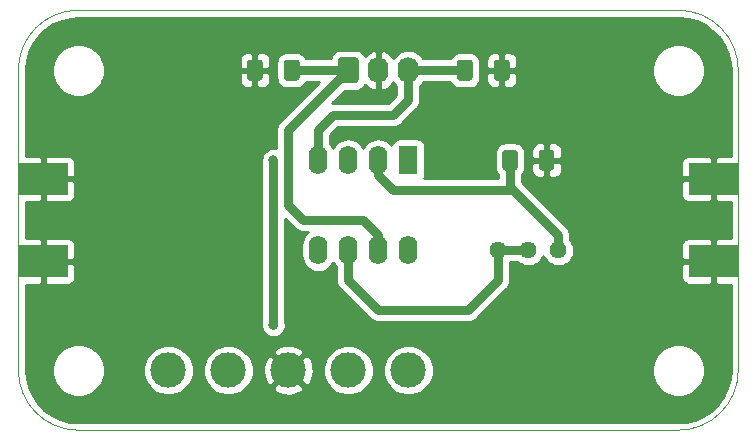
<source format=gbr>
G04 #@! TF.GenerationSoftware,KiCad,Pcbnew,5.1.8+dfsg1-1+b1*
G04 #@! TF.CreationDate,2021-02-01T12:52:58-06:00*
G04 #@! TF.ProjectId,DC_Amplifier,44435f41-6d70-46c6-9966-6965722e6b69,1.1.0*
G04 #@! TF.SameCoordinates,Original*
G04 #@! TF.FileFunction,Copper,L1,Top*
G04 #@! TF.FilePolarity,Positive*
%FSLAX46Y46*%
G04 Gerber Fmt 4.6, Leading zero omitted, Abs format (unit mm)*
G04 Created by KiCad (PCBNEW 5.1.8+dfsg1-1+b1) date 2021-02-01 12:52:58*
%MOMM*%
%LPD*%
G01*
G04 APERTURE LIST*
G04 #@! TA.AperFunction,Profile*
%ADD10C,0.050000*%
G04 #@! TD*
G04 #@! TA.AperFunction,ComponentPad*
%ADD11C,3.000000*%
G04 #@! TD*
G04 #@! TA.AperFunction,ComponentPad*
%ADD12O,1.600000X2.400000*%
G04 #@! TD*
G04 #@! TA.AperFunction,ComponentPad*
%ADD13R,1.600000X2.400000*%
G04 #@! TD*
G04 #@! TA.AperFunction,ComponentPad*
%ADD14C,1.440000*%
G04 #@! TD*
G04 #@! TA.AperFunction,ComponentPad*
%ADD15O,1.740000X2.200000*%
G04 #@! TD*
G04 #@! TA.AperFunction,SMDPad,CuDef*
%ADD16R,4.191000X2.667000*%
G04 #@! TD*
G04 #@! TA.AperFunction,ViaPad*
%ADD17C,0.800000*%
G04 #@! TD*
G04 #@! TA.AperFunction,Conductor*
%ADD18C,0.762000*%
G04 #@! TD*
G04 #@! TA.AperFunction,Conductor*
%ADD19C,0.254000*%
G04 #@! TD*
G04 #@! TA.AperFunction,Conductor*
%ADD20C,0.100000*%
G04 #@! TD*
G04 APERTURE END LIST*
D10*
X127000000Y-71120000D02*
X76200000Y-71120000D01*
X132080000Y-101600000D02*
X132080000Y-76200000D01*
X76200000Y-106680000D02*
X127000000Y-106680000D01*
X71120000Y-76200000D02*
X71120000Y-101600000D01*
X132080000Y-101600000D02*
G75*
G02*
X127000000Y-106680000I-5080000J0D01*
G01*
X76200000Y-106680000D02*
G75*
G02*
X71120000Y-101600000I0J5080000D01*
G01*
X71120000Y-76200000D02*
G75*
G02*
X76200000Y-71120000I5080000J0D01*
G01*
X127000000Y-71120000D02*
G75*
G02*
X132080000Y-76200000I0J-5080000D01*
G01*
D11*
X104140000Y-101600000D03*
X99060000Y-101600000D03*
X93980000Y-101600000D03*
X88900000Y-101600000D03*
X83820000Y-101600000D03*
D12*
X104140000Y-91440000D03*
X96520000Y-83820000D03*
X101600000Y-91440000D03*
X99060000Y-83820000D03*
X99060000Y-91440000D03*
X101600000Y-83820000D03*
X96520000Y-91440000D03*
D13*
X104140000Y-83820000D03*
G04 #@! TA.AperFunction,SMDPad,CuDef*
G36*
G01*
X115200000Y-84445000D02*
X115200000Y-83195000D01*
G75*
G02*
X115450000Y-82945000I250000J0D01*
G01*
X116250000Y-82945000D01*
G75*
G02*
X116500000Y-83195000I0J-250000D01*
G01*
X116500000Y-84445000D01*
G75*
G02*
X116250000Y-84695000I-250000J0D01*
G01*
X115450000Y-84695000D01*
G75*
G02*
X115200000Y-84445000I0J250000D01*
G01*
G37*
G04 #@! TD.AperFunction*
G04 #@! TA.AperFunction,SMDPad,CuDef*
G36*
G01*
X112100000Y-84445000D02*
X112100000Y-83195000D01*
G75*
G02*
X112350000Y-82945000I250000J0D01*
G01*
X113150000Y-82945000D01*
G75*
G02*
X113400000Y-83195000I0J-250000D01*
G01*
X113400000Y-84445000D01*
G75*
G02*
X113150000Y-84695000I-250000J0D01*
G01*
X112350000Y-84695000D01*
G75*
G02*
X112100000Y-84445000I0J250000D01*
G01*
G37*
G04 #@! TD.AperFunction*
G04 #@! TA.AperFunction,SMDPad,CuDef*
G36*
G01*
X109590000Y-75549999D02*
X109590000Y-76850001D01*
G75*
G02*
X109340001Y-77100000I-249999J0D01*
G01*
X108514999Y-77100000D01*
G75*
G02*
X108265000Y-76850001I0J249999D01*
G01*
X108265000Y-75549999D01*
G75*
G02*
X108514999Y-75300000I249999J0D01*
G01*
X109340001Y-75300000D01*
G75*
G02*
X109590000Y-75549999I0J-249999D01*
G01*
G37*
G04 #@! TD.AperFunction*
G04 #@! TA.AperFunction,SMDPad,CuDef*
G36*
G01*
X112715000Y-75549999D02*
X112715000Y-76850001D01*
G75*
G02*
X112465001Y-77100000I-249999J0D01*
G01*
X111639999Y-77100000D01*
G75*
G02*
X111390000Y-76850001I0J249999D01*
G01*
X111390000Y-75549999D01*
G75*
G02*
X111639999Y-75300000I249999J0D01*
G01*
X112465001Y-75300000D01*
G75*
G02*
X112715000Y-75549999I0J-249999D01*
G01*
G37*
G04 #@! TD.AperFunction*
G04 #@! TA.AperFunction,SMDPad,CuDef*
G36*
G01*
X91810000Y-75549999D02*
X91810000Y-76850001D01*
G75*
G02*
X91560001Y-77100000I-249999J0D01*
G01*
X90734999Y-77100000D01*
G75*
G02*
X90485000Y-76850001I0J249999D01*
G01*
X90485000Y-75549999D01*
G75*
G02*
X90734999Y-75300000I249999J0D01*
G01*
X91560001Y-75300000D01*
G75*
G02*
X91810000Y-75549999I0J-249999D01*
G01*
G37*
G04 #@! TD.AperFunction*
G04 #@! TA.AperFunction,SMDPad,CuDef*
G36*
G01*
X94935000Y-75549999D02*
X94935000Y-76850001D01*
G75*
G02*
X94685001Y-77100000I-249999J0D01*
G01*
X93859999Y-77100000D01*
G75*
G02*
X93610000Y-76850001I0J249999D01*
G01*
X93610000Y-75549999D01*
G75*
G02*
X93859999Y-75300000I249999J0D01*
G01*
X94685001Y-75300000D01*
G75*
G02*
X94935000Y-75549999I0J-249999D01*
G01*
G37*
G04 #@! TD.AperFunction*
D14*
X111760000Y-91440000D03*
X114300000Y-91440000D03*
X116840000Y-91440000D03*
D15*
X104140000Y-76200000D03*
X101600000Y-76200000D03*
G04 #@! TA.AperFunction,ComponentPad*
G36*
G01*
X98190000Y-77050001D02*
X98190000Y-75349999D01*
G75*
G02*
X98439999Y-75100000I249999J0D01*
G01*
X99680001Y-75100000D01*
G75*
G02*
X99930000Y-75349999I0J-249999D01*
G01*
X99930000Y-77050001D01*
G75*
G02*
X99680001Y-77300000I-249999J0D01*
G01*
X98439999Y-77300000D01*
G75*
G02*
X98190000Y-77050001I0J249999D01*
G01*
G37*
G04 #@! TD.AperFunction*
D16*
X73215500Y-92392500D03*
X73215500Y-85407500D03*
X129984500Y-85407500D03*
X129984500Y-92392500D03*
D17*
X92710000Y-83820000D03*
X92710000Y-97790000D03*
D18*
X99060000Y-91440000D02*
X99060000Y-93980000D01*
X99060000Y-93980000D02*
X101600000Y-96520000D01*
X101600000Y-96520000D02*
X109220000Y-96520000D01*
X109220000Y-96520000D02*
X111760000Y-93980000D01*
X111760000Y-93980000D02*
X111760000Y-91440000D01*
X111760000Y-91440000D02*
X114300000Y-91440000D01*
X99060000Y-76200000D02*
X94272500Y-76200000D01*
X99060000Y-76200000D02*
X93980000Y-81280000D01*
X93980000Y-81280000D02*
X93980000Y-87630000D01*
X93980000Y-87630000D02*
X95250000Y-88900000D01*
X95250000Y-88900000D02*
X100330000Y-88900000D01*
X100330000Y-88900000D02*
X101600000Y-90170000D01*
X101600000Y-90170000D02*
X101600000Y-91440000D01*
X108927500Y-76200000D02*
X104140000Y-76200000D01*
X104140000Y-76200000D02*
X104140000Y-78740000D01*
X104140000Y-78740000D02*
X102870000Y-80010000D01*
X102870000Y-80010000D02*
X97790000Y-80010000D01*
X97790000Y-80010000D02*
X96520000Y-81280000D01*
X96520000Y-81280000D02*
X96520000Y-83820000D01*
X92710000Y-83820000D02*
X92710000Y-97790000D01*
X112750000Y-83820000D02*
X112750000Y-86080000D01*
X116840000Y-90170000D02*
X116840000Y-91440000D01*
X101600000Y-83820000D02*
X101600000Y-85090000D01*
X102870000Y-86360000D02*
X113030000Y-86360000D01*
X101600000Y-85090000D02*
X102870000Y-86360000D01*
X113030000Y-86360000D02*
X116840000Y-90170000D01*
X112750000Y-86080000D02*
X113030000Y-86360000D01*
D19*
X127782249Y-71852437D02*
X128539774Y-72059672D01*
X129248625Y-72397777D01*
X129886404Y-72856067D01*
X130432946Y-73420055D01*
X130870977Y-74071913D01*
X131186651Y-74791038D01*
X131371206Y-75559768D01*
X131420001Y-76224221D01*
X131420001Y-83437048D01*
X130270250Y-83439000D01*
X130111500Y-83597750D01*
X130111500Y-85280500D01*
X130131500Y-85280500D01*
X130131500Y-85534500D01*
X130111500Y-85534500D01*
X130111500Y-87217250D01*
X130270250Y-87376000D01*
X131420001Y-87377952D01*
X131420000Y-90422048D01*
X130270250Y-90424000D01*
X130111500Y-90582750D01*
X130111500Y-92265500D01*
X130131500Y-92265500D01*
X130131500Y-92519500D01*
X130111500Y-92519500D01*
X130111500Y-94202250D01*
X130270250Y-94361000D01*
X131420000Y-94362952D01*
X131420000Y-101570608D01*
X131347563Y-102382249D01*
X131140328Y-103139774D01*
X130802221Y-103848627D01*
X130343928Y-104486410D01*
X129779945Y-105032946D01*
X129128085Y-105470978D01*
X128408963Y-105786651D01*
X127640232Y-105971206D01*
X126975792Y-106020000D01*
X76229392Y-106020000D01*
X75417751Y-105947563D01*
X74660226Y-105740328D01*
X73951373Y-105402221D01*
X73313590Y-104943928D01*
X72767054Y-104379945D01*
X72329022Y-103728085D01*
X72013349Y-103008963D01*
X71828794Y-102240232D01*
X71780000Y-101575792D01*
X71780000Y-101379872D01*
X73965000Y-101379872D01*
X73965000Y-101820128D01*
X74050890Y-102251925D01*
X74219369Y-102658669D01*
X74463962Y-103024729D01*
X74775271Y-103336038D01*
X75141331Y-103580631D01*
X75548075Y-103749110D01*
X75979872Y-103835000D01*
X76420128Y-103835000D01*
X76851925Y-103749110D01*
X77258669Y-103580631D01*
X77624729Y-103336038D01*
X77936038Y-103024729D01*
X78180631Y-102658669D01*
X78349110Y-102251925D01*
X78435000Y-101820128D01*
X78435000Y-101389721D01*
X81685000Y-101389721D01*
X81685000Y-101810279D01*
X81767047Y-102222756D01*
X81927988Y-102611302D01*
X82161637Y-102960983D01*
X82459017Y-103258363D01*
X82808698Y-103492012D01*
X83197244Y-103652953D01*
X83609721Y-103735000D01*
X84030279Y-103735000D01*
X84442756Y-103652953D01*
X84831302Y-103492012D01*
X85180983Y-103258363D01*
X85478363Y-102960983D01*
X85712012Y-102611302D01*
X85872953Y-102222756D01*
X85955000Y-101810279D01*
X85955000Y-101389721D01*
X86765000Y-101389721D01*
X86765000Y-101810279D01*
X86847047Y-102222756D01*
X87007988Y-102611302D01*
X87241637Y-102960983D01*
X87539017Y-103258363D01*
X87888698Y-103492012D01*
X88277244Y-103652953D01*
X88689721Y-103735000D01*
X89110279Y-103735000D01*
X89522756Y-103652953D01*
X89911302Y-103492012D01*
X90260983Y-103258363D01*
X90427693Y-103091653D01*
X92667952Y-103091653D01*
X92823962Y-103407214D01*
X93198745Y-103598020D01*
X93603551Y-103712044D01*
X94022824Y-103744902D01*
X94440451Y-103695334D01*
X94840383Y-103565243D01*
X95136038Y-103407214D01*
X95292048Y-103091653D01*
X93980000Y-101779605D01*
X92667952Y-103091653D01*
X90427693Y-103091653D01*
X90558363Y-102960983D01*
X90792012Y-102611302D01*
X90952953Y-102222756D01*
X91035000Y-101810279D01*
X91035000Y-101642824D01*
X91835098Y-101642824D01*
X91884666Y-102060451D01*
X92014757Y-102460383D01*
X92172786Y-102756038D01*
X92488347Y-102912048D01*
X93800395Y-101600000D01*
X94159605Y-101600000D01*
X95471653Y-102912048D01*
X95787214Y-102756038D01*
X95978020Y-102381255D01*
X96092044Y-101976449D01*
X96124902Y-101557176D01*
X96105027Y-101389721D01*
X96925000Y-101389721D01*
X96925000Y-101810279D01*
X97007047Y-102222756D01*
X97167988Y-102611302D01*
X97401637Y-102960983D01*
X97699017Y-103258363D01*
X98048698Y-103492012D01*
X98437244Y-103652953D01*
X98849721Y-103735000D01*
X99270279Y-103735000D01*
X99682756Y-103652953D01*
X100071302Y-103492012D01*
X100420983Y-103258363D01*
X100718363Y-102960983D01*
X100952012Y-102611302D01*
X101112953Y-102222756D01*
X101195000Y-101810279D01*
X101195000Y-101389721D01*
X102005000Y-101389721D01*
X102005000Y-101810279D01*
X102087047Y-102222756D01*
X102247988Y-102611302D01*
X102481637Y-102960983D01*
X102779017Y-103258363D01*
X103128698Y-103492012D01*
X103517244Y-103652953D01*
X103929721Y-103735000D01*
X104350279Y-103735000D01*
X104762756Y-103652953D01*
X105151302Y-103492012D01*
X105500983Y-103258363D01*
X105798363Y-102960983D01*
X106032012Y-102611302D01*
X106192953Y-102222756D01*
X106275000Y-101810279D01*
X106275000Y-101389721D01*
X106273041Y-101379872D01*
X124765000Y-101379872D01*
X124765000Y-101820128D01*
X124850890Y-102251925D01*
X125019369Y-102658669D01*
X125263962Y-103024729D01*
X125575271Y-103336038D01*
X125941331Y-103580631D01*
X126348075Y-103749110D01*
X126779872Y-103835000D01*
X127220128Y-103835000D01*
X127651925Y-103749110D01*
X128058669Y-103580631D01*
X128424729Y-103336038D01*
X128736038Y-103024729D01*
X128980631Y-102658669D01*
X129149110Y-102251925D01*
X129235000Y-101820128D01*
X129235000Y-101379872D01*
X129149110Y-100948075D01*
X128980631Y-100541331D01*
X128736038Y-100175271D01*
X128424729Y-99863962D01*
X128058669Y-99619369D01*
X127651925Y-99450890D01*
X127220128Y-99365000D01*
X126779872Y-99365000D01*
X126348075Y-99450890D01*
X125941331Y-99619369D01*
X125575271Y-99863962D01*
X125263962Y-100175271D01*
X125019369Y-100541331D01*
X124850890Y-100948075D01*
X124765000Y-101379872D01*
X106273041Y-101379872D01*
X106192953Y-100977244D01*
X106032012Y-100588698D01*
X105798363Y-100239017D01*
X105500983Y-99941637D01*
X105151302Y-99707988D01*
X104762756Y-99547047D01*
X104350279Y-99465000D01*
X103929721Y-99465000D01*
X103517244Y-99547047D01*
X103128698Y-99707988D01*
X102779017Y-99941637D01*
X102481637Y-100239017D01*
X102247988Y-100588698D01*
X102087047Y-100977244D01*
X102005000Y-101389721D01*
X101195000Y-101389721D01*
X101112953Y-100977244D01*
X100952012Y-100588698D01*
X100718363Y-100239017D01*
X100420983Y-99941637D01*
X100071302Y-99707988D01*
X99682756Y-99547047D01*
X99270279Y-99465000D01*
X98849721Y-99465000D01*
X98437244Y-99547047D01*
X98048698Y-99707988D01*
X97699017Y-99941637D01*
X97401637Y-100239017D01*
X97167988Y-100588698D01*
X97007047Y-100977244D01*
X96925000Y-101389721D01*
X96105027Y-101389721D01*
X96075334Y-101139549D01*
X95945243Y-100739617D01*
X95787214Y-100443962D01*
X95471653Y-100287952D01*
X94159605Y-101600000D01*
X93800395Y-101600000D01*
X92488347Y-100287952D01*
X92172786Y-100443962D01*
X91981980Y-100818745D01*
X91867956Y-101223551D01*
X91835098Y-101642824D01*
X91035000Y-101642824D01*
X91035000Y-101389721D01*
X90952953Y-100977244D01*
X90792012Y-100588698D01*
X90558363Y-100239017D01*
X90427693Y-100108347D01*
X92667952Y-100108347D01*
X93980000Y-101420395D01*
X95292048Y-100108347D01*
X95136038Y-99792786D01*
X94761255Y-99601980D01*
X94356449Y-99487956D01*
X93937176Y-99455098D01*
X93519549Y-99504666D01*
X93119617Y-99634757D01*
X92823962Y-99792786D01*
X92667952Y-100108347D01*
X90427693Y-100108347D01*
X90260983Y-99941637D01*
X89911302Y-99707988D01*
X89522756Y-99547047D01*
X89110279Y-99465000D01*
X88689721Y-99465000D01*
X88277244Y-99547047D01*
X87888698Y-99707988D01*
X87539017Y-99941637D01*
X87241637Y-100239017D01*
X87007988Y-100588698D01*
X86847047Y-100977244D01*
X86765000Y-101389721D01*
X85955000Y-101389721D01*
X85872953Y-100977244D01*
X85712012Y-100588698D01*
X85478363Y-100239017D01*
X85180983Y-99941637D01*
X84831302Y-99707988D01*
X84442756Y-99547047D01*
X84030279Y-99465000D01*
X83609721Y-99465000D01*
X83197244Y-99547047D01*
X82808698Y-99707988D01*
X82459017Y-99941637D01*
X82161637Y-100239017D01*
X81927988Y-100588698D01*
X81767047Y-100977244D01*
X81685000Y-101389721D01*
X78435000Y-101389721D01*
X78435000Y-101379872D01*
X78349110Y-100948075D01*
X78180631Y-100541331D01*
X77936038Y-100175271D01*
X77624729Y-99863962D01*
X77258669Y-99619369D01*
X76851925Y-99450890D01*
X76420128Y-99365000D01*
X75979872Y-99365000D01*
X75548075Y-99450890D01*
X75141331Y-99619369D01*
X74775271Y-99863962D01*
X74463962Y-100175271D01*
X74219369Y-100541331D01*
X74050890Y-100948075D01*
X73965000Y-101379872D01*
X71780000Y-101379872D01*
X71780000Y-94362952D01*
X72929750Y-94361000D01*
X73088500Y-94202250D01*
X73088500Y-92519500D01*
X73342500Y-92519500D01*
X73342500Y-94202250D01*
X73501250Y-94361000D01*
X75311000Y-94364072D01*
X75435482Y-94351812D01*
X75555180Y-94315502D01*
X75665494Y-94256537D01*
X75762185Y-94177185D01*
X75841537Y-94080494D01*
X75900502Y-93970180D01*
X75936812Y-93850482D01*
X75949072Y-93726000D01*
X75946000Y-92678250D01*
X75787250Y-92519500D01*
X73342500Y-92519500D01*
X73088500Y-92519500D01*
X73068500Y-92519500D01*
X73068500Y-92265500D01*
X73088500Y-92265500D01*
X73088500Y-90582750D01*
X73342500Y-90582750D01*
X73342500Y-92265500D01*
X75787250Y-92265500D01*
X75946000Y-92106750D01*
X75949072Y-91059000D01*
X75936812Y-90934518D01*
X75900502Y-90814820D01*
X75841537Y-90704506D01*
X75762185Y-90607815D01*
X75665494Y-90528463D01*
X75555180Y-90469498D01*
X75435482Y-90433188D01*
X75311000Y-90420928D01*
X73501250Y-90424000D01*
X73342500Y-90582750D01*
X73088500Y-90582750D01*
X72929750Y-90424000D01*
X71780000Y-90422048D01*
X71780000Y-87377952D01*
X72929750Y-87376000D01*
X73088500Y-87217250D01*
X73088500Y-85534500D01*
X73342500Y-85534500D01*
X73342500Y-87217250D01*
X73501250Y-87376000D01*
X75311000Y-87379072D01*
X75435482Y-87366812D01*
X75555180Y-87330502D01*
X75665494Y-87271537D01*
X75762185Y-87192185D01*
X75841537Y-87095494D01*
X75900502Y-86985180D01*
X75936812Y-86865482D01*
X75949072Y-86741000D01*
X75946000Y-85693250D01*
X75787250Y-85534500D01*
X73342500Y-85534500D01*
X73088500Y-85534500D01*
X73068500Y-85534500D01*
X73068500Y-85280500D01*
X73088500Y-85280500D01*
X73088500Y-83597750D01*
X73342500Y-83597750D01*
X73342500Y-85280500D01*
X75787250Y-85280500D01*
X75946000Y-85121750D01*
X75949072Y-84074000D01*
X75936812Y-83949518D01*
X75900502Y-83829820D01*
X75841537Y-83719506D01*
X75840352Y-83718061D01*
X91675000Y-83718061D01*
X91675000Y-83921939D01*
X91694000Y-84017459D01*
X91694001Y-97592536D01*
X91675000Y-97688061D01*
X91675000Y-97891939D01*
X91714774Y-98091898D01*
X91792795Y-98280256D01*
X91906063Y-98449774D01*
X92050226Y-98593937D01*
X92219744Y-98707205D01*
X92408102Y-98785226D01*
X92608061Y-98825000D01*
X92811939Y-98825000D01*
X93011898Y-98785226D01*
X93200256Y-98707205D01*
X93369774Y-98593937D01*
X93513937Y-98449774D01*
X93627205Y-98280256D01*
X93705226Y-98091898D01*
X93745000Y-97891939D01*
X93745000Y-97688061D01*
X93726000Y-97592541D01*
X93726000Y-88812840D01*
X94496292Y-89583133D01*
X94528104Y-89621896D01*
X94682810Y-89748860D01*
X94859313Y-89843202D01*
X95050829Y-89901298D01*
X95200098Y-89916000D01*
X95200105Y-89916000D01*
X95249999Y-89920914D01*
X95299893Y-89916000D01*
X95627595Y-89916000D01*
X95500393Y-90020392D01*
X95321068Y-90238899D01*
X95187818Y-90488192D01*
X95105764Y-90758691D01*
X95085000Y-90969508D01*
X95085000Y-91910491D01*
X95105764Y-92121308D01*
X95187818Y-92391807D01*
X95321068Y-92641100D01*
X95500392Y-92859607D01*
X95718899Y-93038932D01*
X95968192Y-93172182D01*
X96238691Y-93254236D01*
X96520000Y-93281943D01*
X96801308Y-93254236D01*
X97071807Y-93172182D01*
X97321100Y-93038932D01*
X97539607Y-92859608D01*
X97718932Y-92641101D01*
X97790000Y-92508142D01*
X97861068Y-92641100D01*
X98040392Y-92859607D01*
X98044001Y-92862568D01*
X98044001Y-93930089D01*
X98039085Y-93980000D01*
X98058702Y-94179170D01*
X98100059Y-94315502D01*
X98116799Y-94370687D01*
X98211141Y-94547190D01*
X98338105Y-94701896D01*
X98376868Y-94733708D01*
X100846292Y-97203133D01*
X100878104Y-97241896D01*
X101032810Y-97368860D01*
X101209313Y-97463202D01*
X101342732Y-97503674D01*
X101400828Y-97521298D01*
X101420177Y-97523204D01*
X101550098Y-97536000D01*
X101550105Y-97536000D01*
X101599999Y-97540914D01*
X101649893Y-97536000D01*
X109170098Y-97536000D01*
X109220000Y-97540915D01*
X109269902Y-97536000D01*
X109419171Y-97521298D01*
X109610687Y-97463202D01*
X109787190Y-97368860D01*
X109941896Y-97241896D01*
X109973712Y-97203128D01*
X112443133Y-94733708D01*
X112481896Y-94701896D01*
X112608860Y-94547190D01*
X112703202Y-94370687D01*
X112761298Y-94179171D01*
X112776000Y-94029902D01*
X112776000Y-94029895D01*
X112780914Y-93980001D01*
X112776000Y-93930107D01*
X112776000Y-93726000D01*
X127250928Y-93726000D01*
X127263188Y-93850482D01*
X127299498Y-93970180D01*
X127358463Y-94080494D01*
X127437815Y-94177185D01*
X127534506Y-94256537D01*
X127644820Y-94315502D01*
X127764518Y-94351812D01*
X127889000Y-94364072D01*
X129698750Y-94361000D01*
X129857500Y-94202250D01*
X129857500Y-92519500D01*
X127412750Y-92519500D01*
X127254000Y-92678250D01*
X127250928Y-93726000D01*
X112776000Y-93726000D01*
X112776000Y-92456000D01*
X113399741Y-92456000D01*
X113436238Y-92492497D01*
X113658167Y-92640785D01*
X113904761Y-92742928D01*
X114166544Y-92795000D01*
X114433456Y-92795000D01*
X114695239Y-92742928D01*
X114941833Y-92640785D01*
X115163762Y-92492497D01*
X115352497Y-92303762D01*
X115500785Y-92081833D01*
X115570000Y-91914734D01*
X115639215Y-92081833D01*
X115787503Y-92303762D01*
X115976238Y-92492497D01*
X116198167Y-92640785D01*
X116444761Y-92742928D01*
X116706544Y-92795000D01*
X116973456Y-92795000D01*
X117235239Y-92742928D01*
X117481833Y-92640785D01*
X117703762Y-92492497D01*
X117892497Y-92303762D01*
X118040785Y-92081833D01*
X118142928Y-91835239D01*
X118195000Y-91573456D01*
X118195000Y-91306544D01*
X118145761Y-91059000D01*
X127250928Y-91059000D01*
X127254000Y-92106750D01*
X127412750Y-92265500D01*
X129857500Y-92265500D01*
X129857500Y-90582750D01*
X129698750Y-90424000D01*
X127889000Y-90420928D01*
X127764518Y-90433188D01*
X127644820Y-90469498D01*
X127534506Y-90528463D01*
X127437815Y-90607815D01*
X127358463Y-90704506D01*
X127299498Y-90814820D01*
X127263188Y-90934518D01*
X127250928Y-91059000D01*
X118145761Y-91059000D01*
X118142928Y-91044761D01*
X118040785Y-90798167D01*
X117892497Y-90576238D01*
X117856000Y-90539741D01*
X117856000Y-90219902D01*
X117860915Y-90170000D01*
X117841298Y-89970829D01*
X117783202Y-89779313D01*
X117688860Y-89602810D01*
X117593706Y-89486865D01*
X117561896Y-89448104D01*
X117523133Y-89416292D01*
X114847841Y-86741000D01*
X127250928Y-86741000D01*
X127263188Y-86865482D01*
X127299498Y-86985180D01*
X127358463Y-87095494D01*
X127437815Y-87192185D01*
X127534506Y-87271537D01*
X127644820Y-87330502D01*
X127764518Y-87366812D01*
X127889000Y-87379072D01*
X129698750Y-87376000D01*
X129857500Y-87217250D01*
X129857500Y-85534500D01*
X127412750Y-85534500D01*
X127254000Y-85693250D01*
X127250928Y-86741000D01*
X114847841Y-86741000D01*
X113783712Y-85676872D01*
X113766000Y-85655290D01*
X113766000Y-85082779D01*
X113777962Y-85072962D01*
X113888405Y-84938386D01*
X113970472Y-84784850D01*
X113997727Y-84695000D01*
X114561928Y-84695000D01*
X114574188Y-84819482D01*
X114610498Y-84939180D01*
X114669463Y-85049494D01*
X114748815Y-85146185D01*
X114845506Y-85225537D01*
X114955820Y-85284502D01*
X115075518Y-85320812D01*
X115200000Y-85333072D01*
X115564250Y-85330000D01*
X115723000Y-85171250D01*
X115723000Y-83947000D01*
X115977000Y-83947000D01*
X115977000Y-85171250D01*
X116135750Y-85330000D01*
X116500000Y-85333072D01*
X116624482Y-85320812D01*
X116744180Y-85284502D01*
X116854494Y-85225537D01*
X116951185Y-85146185D01*
X117030537Y-85049494D01*
X117089502Y-84939180D01*
X117125812Y-84819482D01*
X117138072Y-84695000D01*
X117135000Y-84105750D01*
X117103250Y-84074000D01*
X127250928Y-84074000D01*
X127254000Y-85121750D01*
X127412750Y-85280500D01*
X129857500Y-85280500D01*
X129857500Y-83597750D01*
X129698750Y-83439000D01*
X127889000Y-83435928D01*
X127764518Y-83448188D01*
X127644820Y-83484498D01*
X127534506Y-83543463D01*
X127437815Y-83622815D01*
X127358463Y-83719506D01*
X127299498Y-83829820D01*
X127263188Y-83949518D01*
X127250928Y-84074000D01*
X117103250Y-84074000D01*
X116976250Y-83947000D01*
X115977000Y-83947000D01*
X115723000Y-83947000D01*
X114723750Y-83947000D01*
X114565000Y-84105750D01*
X114561928Y-84695000D01*
X113997727Y-84695000D01*
X114021008Y-84618254D01*
X114038072Y-84445000D01*
X114038072Y-83195000D01*
X114021008Y-83021746D01*
X113997728Y-82945000D01*
X114561928Y-82945000D01*
X114565000Y-83534250D01*
X114723750Y-83693000D01*
X115723000Y-83693000D01*
X115723000Y-82468750D01*
X115977000Y-82468750D01*
X115977000Y-83693000D01*
X116976250Y-83693000D01*
X117135000Y-83534250D01*
X117138072Y-82945000D01*
X117125812Y-82820518D01*
X117089502Y-82700820D01*
X117030537Y-82590506D01*
X116951185Y-82493815D01*
X116854494Y-82414463D01*
X116744180Y-82355498D01*
X116624482Y-82319188D01*
X116500000Y-82306928D01*
X116135750Y-82310000D01*
X115977000Y-82468750D01*
X115723000Y-82468750D01*
X115564250Y-82310000D01*
X115200000Y-82306928D01*
X115075518Y-82319188D01*
X114955820Y-82355498D01*
X114845506Y-82414463D01*
X114748815Y-82493815D01*
X114669463Y-82590506D01*
X114610498Y-82700820D01*
X114574188Y-82820518D01*
X114561928Y-82945000D01*
X113997728Y-82945000D01*
X113970472Y-82855150D01*
X113888405Y-82701614D01*
X113777962Y-82567038D01*
X113643386Y-82456595D01*
X113489850Y-82374528D01*
X113323254Y-82323992D01*
X113150000Y-82306928D01*
X112350000Y-82306928D01*
X112176746Y-82323992D01*
X112010150Y-82374528D01*
X111856614Y-82456595D01*
X111722038Y-82567038D01*
X111611595Y-82701614D01*
X111529528Y-82855150D01*
X111478992Y-83021746D01*
X111461928Y-83195000D01*
X111461928Y-84445000D01*
X111478992Y-84618254D01*
X111529528Y-84784850D01*
X111611595Y-84938386D01*
X111722038Y-85072962D01*
X111734001Y-85082779D01*
X111734001Y-85344000D01*
X105486837Y-85344000D01*
X105529502Y-85264180D01*
X105565812Y-85144482D01*
X105578072Y-85020000D01*
X105578072Y-82620000D01*
X105565812Y-82495518D01*
X105529502Y-82375820D01*
X105470537Y-82265506D01*
X105391185Y-82168815D01*
X105294494Y-82089463D01*
X105184180Y-82030498D01*
X105064482Y-81994188D01*
X104940000Y-81981928D01*
X103340000Y-81981928D01*
X103215518Y-81994188D01*
X103095820Y-82030498D01*
X102985506Y-82089463D01*
X102888815Y-82168815D01*
X102809463Y-82265506D01*
X102750498Y-82375820D01*
X102714188Y-82495518D01*
X102712419Y-82513482D01*
X102619608Y-82400392D01*
X102401101Y-82221068D01*
X102151808Y-82087818D01*
X101881309Y-82005764D01*
X101600000Y-81978057D01*
X101318692Y-82005764D01*
X101048193Y-82087818D01*
X100798900Y-82221068D01*
X100580393Y-82400392D01*
X100401068Y-82618899D01*
X100330000Y-82751858D01*
X100258932Y-82618899D01*
X100079608Y-82400392D01*
X99861101Y-82221068D01*
X99611808Y-82087818D01*
X99341309Y-82005764D01*
X99060000Y-81978057D01*
X98778692Y-82005764D01*
X98508193Y-82087818D01*
X98258900Y-82221068D01*
X98040393Y-82400392D01*
X97861068Y-82618899D01*
X97790000Y-82751858D01*
X97718932Y-82618899D01*
X97539608Y-82400392D01*
X97536000Y-82397431D01*
X97536000Y-81700840D01*
X98210841Y-81026000D01*
X102820098Y-81026000D01*
X102870000Y-81030915D01*
X102919902Y-81026000D01*
X103069171Y-81011298D01*
X103260687Y-80953202D01*
X103437190Y-80858860D01*
X103591896Y-80731896D01*
X103623712Y-80693128D01*
X104823133Y-79493708D01*
X104861896Y-79461896D01*
X104988860Y-79307190D01*
X105083202Y-79130687D01*
X105141298Y-78939171D01*
X105156000Y-78789902D01*
X105156000Y-78789895D01*
X105160914Y-78740001D01*
X105156000Y-78690107D01*
X105156000Y-77543124D01*
X105209345Y-77499345D01*
X105397417Y-77270179D01*
X105426376Y-77216000D01*
X107708505Y-77216000D01*
X107776595Y-77343387D01*
X107887038Y-77477962D01*
X108021613Y-77588405D01*
X108175149Y-77670472D01*
X108341745Y-77721008D01*
X108514999Y-77738072D01*
X109340001Y-77738072D01*
X109513255Y-77721008D01*
X109679851Y-77670472D01*
X109833387Y-77588405D01*
X109967962Y-77477962D01*
X110078405Y-77343387D01*
X110160472Y-77189851D01*
X110187727Y-77100000D01*
X110751928Y-77100000D01*
X110764188Y-77224482D01*
X110800498Y-77344180D01*
X110859463Y-77454494D01*
X110938815Y-77551185D01*
X111035506Y-77630537D01*
X111145820Y-77689502D01*
X111265518Y-77725812D01*
X111390000Y-77738072D01*
X111766750Y-77735000D01*
X111925500Y-77576250D01*
X111925500Y-76327000D01*
X112179500Y-76327000D01*
X112179500Y-77576250D01*
X112338250Y-77735000D01*
X112715000Y-77738072D01*
X112839482Y-77725812D01*
X112959180Y-77689502D01*
X113069494Y-77630537D01*
X113166185Y-77551185D01*
X113245537Y-77454494D01*
X113304502Y-77344180D01*
X113340812Y-77224482D01*
X113353072Y-77100000D01*
X113350000Y-76485750D01*
X113191250Y-76327000D01*
X112179500Y-76327000D01*
X111925500Y-76327000D01*
X110913750Y-76327000D01*
X110755000Y-76485750D01*
X110751928Y-77100000D01*
X110187727Y-77100000D01*
X110211008Y-77023255D01*
X110228072Y-76850001D01*
X110228072Y-75549999D01*
X110211008Y-75376745D01*
X110187728Y-75300000D01*
X110751928Y-75300000D01*
X110755000Y-75914250D01*
X110913750Y-76073000D01*
X111925500Y-76073000D01*
X111925500Y-74823750D01*
X112179500Y-74823750D01*
X112179500Y-76073000D01*
X113191250Y-76073000D01*
X113284378Y-75979872D01*
X124765000Y-75979872D01*
X124765000Y-76420128D01*
X124850890Y-76851925D01*
X125019369Y-77258669D01*
X125263962Y-77624729D01*
X125575271Y-77936038D01*
X125941331Y-78180631D01*
X126348075Y-78349110D01*
X126779872Y-78435000D01*
X127220128Y-78435000D01*
X127651925Y-78349110D01*
X128058669Y-78180631D01*
X128424729Y-77936038D01*
X128736038Y-77624729D01*
X128980631Y-77258669D01*
X129149110Y-76851925D01*
X129235000Y-76420128D01*
X129235000Y-75979872D01*
X129149110Y-75548075D01*
X128980631Y-75141331D01*
X128736038Y-74775271D01*
X128424729Y-74463962D01*
X128058669Y-74219369D01*
X127651925Y-74050890D01*
X127220128Y-73965000D01*
X126779872Y-73965000D01*
X126348075Y-74050890D01*
X125941331Y-74219369D01*
X125575271Y-74463962D01*
X125263962Y-74775271D01*
X125019369Y-75141331D01*
X124850890Y-75548075D01*
X124765000Y-75979872D01*
X113284378Y-75979872D01*
X113350000Y-75914250D01*
X113353072Y-75300000D01*
X113340812Y-75175518D01*
X113304502Y-75055820D01*
X113245537Y-74945506D01*
X113166185Y-74848815D01*
X113069494Y-74769463D01*
X112959180Y-74710498D01*
X112839482Y-74674188D01*
X112715000Y-74661928D01*
X112338250Y-74665000D01*
X112179500Y-74823750D01*
X111925500Y-74823750D01*
X111766750Y-74665000D01*
X111390000Y-74661928D01*
X111265518Y-74674188D01*
X111145820Y-74710498D01*
X111035506Y-74769463D01*
X110938815Y-74848815D01*
X110859463Y-74945506D01*
X110800498Y-75055820D01*
X110764188Y-75175518D01*
X110751928Y-75300000D01*
X110187728Y-75300000D01*
X110160472Y-75210149D01*
X110078405Y-75056613D01*
X109967962Y-74922038D01*
X109833387Y-74811595D01*
X109679851Y-74729528D01*
X109513255Y-74678992D01*
X109340001Y-74661928D01*
X108514999Y-74661928D01*
X108341745Y-74678992D01*
X108175149Y-74729528D01*
X108021613Y-74811595D01*
X107887038Y-74922038D01*
X107776595Y-75056613D01*
X107708505Y-75184000D01*
X105426376Y-75184000D01*
X105397417Y-75129821D01*
X105209345Y-74900655D01*
X104980178Y-74712583D01*
X104718724Y-74572834D01*
X104435031Y-74486776D01*
X104140000Y-74457718D01*
X103844968Y-74486776D01*
X103561275Y-74572834D01*
X103299821Y-74712583D01*
X103070655Y-74900655D01*
X102882583Y-75129822D01*
X102867698Y-75157669D01*
X102778256Y-75021097D01*
X102570494Y-74809464D01*
X102325437Y-74642429D01*
X102052502Y-74526412D01*
X101960031Y-74508698D01*
X101727000Y-74629754D01*
X101727000Y-76073000D01*
X101747000Y-76073000D01*
X101747000Y-76327000D01*
X101727000Y-76327000D01*
X101727000Y-77770246D01*
X101960031Y-77891302D01*
X102052502Y-77873588D01*
X102325437Y-77757571D01*
X102570494Y-77590536D01*
X102778256Y-77378903D01*
X102867698Y-77242331D01*
X102882583Y-77270179D01*
X103070655Y-77499345D01*
X103124001Y-77543124D01*
X103124001Y-78319158D01*
X102449160Y-78994000D01*
X97839893Y-78994000D01*
X97789999Y-78989086D01*
X97740105Y-78994000D01*
X97740098Y-78994000D01*
X97698770Y-78998071D01*
X98758769Y-77938072D01*
X99680001Y-77938072D01*
X99853255Y-77921008D01*
X100019851Y-77870472D01*
X100173387Y-77788405D01*
X100307962Y-77677962D01*
X100418405Y-77543387D01*
X100476507Y-77434686D01*
X100629506Y-77590536D01*
X100874563Y-77757571D01*
X101147498Y-77873588D01*
X101239969Y-77891302D01*
X101473000Y-77770246D01*
X101473000Y-76327000D01*
X101453000Y-76327000D01*
X101453000Y-76073000D01*
X101473000Y-76073000D01*
X101473000Y-74629754D01*
X101239969Y-74508698D01*
X101147498Y-74526412D01*
X100874563Y-74642429D01*
X100629506Y-74809464D01*
X100476507Y-74965314D01*
X100418405Y-74856613D01*
X100307962Y-74722038D01*
X100173387Y-74611595D01*
X100019851Y-74529528D01*
X99853255Y-74478992D01*
X99680001Y-74461928D01*
X98439999Y-74461928D01*
X98266745Y-74478992D01*
X98100149Y-74529528D01*
X97946613Y-74611595D01*
X97812038Y-74722038D01*
X97701595Y-74856613D01*
X97619528Y-75010149D01*
X97568992Y-75176745D01*
X97568277Y-75184000D01*
X95491495Y-75184000D01*
X95423405Y-75056613D01*
X95312962Y-74922038D01*
X95178387Y-74811595D01*
X95024851Y-74729528D01*
X94858255Y-74678992D01*
X94685001Y-74661928D01*
X93859999Y-74661928D01*
X93686745Y-74678992D01*
X93520149Y-74729528D01*
X93366613Y-74811595D01*
X93232038Y-74922038D01*
X93121595Y-75056613D01*
X93039528Y-75210149D01*
X92988992Y-75376745D01*
X92971928Y-75549999D01*
X92971928Y-76850001D01*
X92988992Y-77023255D01*
X93039528Y-77189851D01*
X93121595Y-77343387D01*
X93232038Y-77477962D01*
X93366613Y-77588405D01*
X93520149Y-77670472D01*
X93686745Y-77721008D01*
X93859999Y-77738072D01*
X94685001Y-77738072D01*
X94858255Y-77721008D01*
X95024851Y-77670472D01*
X95178387Y-77588405D01*
X95312962Y-77477962D01*
X95423405Y-77343387D01*
X95491495Y-77216000D01*
X96607159Y-77216000D01*
X93296872Y-80526288D01*
X93258104Y-80558104D01*
X93131140Y-80712810D01*
X93036798Y-80889314D01*
X92995335Y-81026000D01*
X92978702Y-81080830D01*
X92959085Y-81280000D01*
X92964000Y-81329902D01*
X92964000Y-82815247D01*
X92811939Y-82785000D01*
X92608061Y-82785000D01*
X92408102Y-82824774D01*
X92219744Y-82902795D01*
X92050226Y-83016063D01*
X91906063Y-83160226D01*
X91792795Y-83329744D01*
X91714774Y-83518102D01*
X91675000Y-83718061D01*
X75840352Y-83718061D01*
X75762185Y-83622815D01*
X75665494Y-83543463D01*
X75555180Y-83484498D01*
X75435482Y-83448188D01*
X75311000Y-83435928D01*
X73501250Y-83439000D01*
X73342500Y-83597750D01*
X73088500Y-83597750D01*
X72929750Y-83439000D01*
X71780000Y-83437048D01*
X71780000Y-76229392D01*
X71802269Y-75979872D01*
X73965000Y-75979872D01*
X73965000Y-76420128D01*
X74050890Y-76851925D01*
X74219369Y-77258669D01*
X74463962Y-77624729D01*
X74775271Y-77936038D01*
X75141331Y-78180631D01*
X75548075Y-78349110D01*
X75979872Y-78435000D01*
X76420128Y-78435000D01*
X76851925Y-78349110D01*
X77258669Y-78180631D01*
X77624729Y-77936038D01*
X77936038Y-77624729D01*
X78180631Y-77258669D01*
X78246353Y-77100000D01*
X89846928Y-77100000D01*
X89859188Y-77224482D01*
X89895498Y-77344180D01*
X89954463Y-77454494D01*
X90033815Y-77551185D01*
X90130506Y-77630537D01*
X90240820Y-77689502D01*
X90360518Y-77725812D01*
X90485000Y-77738072D01*
X90861750Y-77735000D01*
X91020500Y-77576250D01*
X91020500Y-76327000D01*
X91274500Y-76327000D01*
X91274500Y-77576250D01*
X91433250Y-77735000D01*
X91810000Y-77738072D01*
X91934482Y-77725812D01*
X92054180Y-77689502D01*
X92164494Y-77630537D01*
X92261185Y-77551185D01*
X92340537Y-77454494D01*
X92399502Y-77344180D01*
X92435812Y-77224482D01*
X92448072Y-77100000D01*
X92445000Y-76485750D01*
X92286250Y-76327000D01*
X91274500Y-76327000D01*
X91020500Y-76327000D01*
X90008750Y-76327000D01*
X89850000Y-76485750D01*
X89846928Y-77100000D01*
X78246353Y-77100000D01*
X78349110Y-76851925D01*
X78435000Y-76420128D01*
X78435000Y-75979872D01*
X78349110Y-75548075D01*
X78246354Y-75300000D01*
X89846928Y-75300000D01*
X89850000Y-75914250D01*
X90008750Y-76073000D01*
X91020500Y-76073000D01*
X91020500Y-74823750D01*
X91274500Y-74823750D01*
X91274500Y-76073000D01*
X92286250Y-76073000D01*
X92445000Y-75914250D01*
X92448072Y-75300000D01*
X92435812Y-75175518D01*
X92399502Y-75055820D01*
X92340537Y-74945506D01*
X92261185Y-74848815D01*
X92164494Y-74769463D01*
X92054180Y-74710498D01*
X91934482Y-74674188D01*
X91810000Y-74661928D01*
X91433250Y-74665000D01*
X91274500Y-74823750D01*
X91020500Y-74823750D01*
X90861750Y-74665000D01*
X90485000Y-74661928D01*
X90360518Y-74674188D01*
X90240820Y-74710498D01*
X90130506Y-74769463D01*
X90033815Y-74848815D01*
X89954463Y-74945506D01*
X89895498Y-75055820D01*
X89859188Y-75175518D01*
X89846928Y-75300000D01*
X78246354Y-75300000D01*
X78180631Y-75141331D01*
X77936038Y-74775271D01*
X77624729Y-74463962D01*
X77258669Y-74219369D01*
X76851925Y-74050890D01*
X76420128Y-73965000D01*
X75979872Y-73965000D01*
X75548075Y-74050890D01*
X75141331Y-74219369D01*
X74775271Y-74463962D01*
X74463962Y-74775271D01*
X74219369Y-75141331D01*
X74050890Y-75548075D01*
X73965000Y-75979872D01*
X71802269Y-75979872D01*
X71852437Y-75417751D01*
X72059672Y-74660226D01*
X72397777Y-73951375D01*
X72856067Y-73313596D01*
X73420055Y-72767054D01*
X74071913Y-72329023D01*
X74791038Y-72013349D01*
X75559768Y-71828794D01*
X76224207Y-71780000D01*
X126970608Y-71780000D01*
X127782249Y-71852437D01*
G04 #@! TA.AperFunction,Conductor*
D20*
G36*
X127782249Y-71852437D02*
G01*
X128539774Y-72059672D01*
X129248625Y-72397777D01*
X129886404Y-72856067D01*
X130432946Y-73420055D01*
X130870977Y-74071913D01*
X131186651Y-74791038D01*
X131371206Y-75559768D01*
X131420001Y-76224221D01*
X131420001Y-83437048D01*
X130270250Y-83439000D01*
X130111500Y-83597750D01*
X130111500Y-85280500D01*
X130131500Y-85280500D01*
X130131500Y-85534500D01*
X130111500Y-85534500D01*
X130111500Y-87217250D01*
X130270250Y-87376000D01*
X131420001Y-87377952D01*
X131420000Y-90422048D01*
X130270250Y-90424000D01*
X130111500Y-90582750D01*
X130111500Y-92265500D01*
X130131500Y-92265500D01*
X130131500Y-92519500D01*
X130111500Y-92519500D01*
X130111500Y-94202250D01*
X130270250Y-94361000D01*
X131420000Y-94362952D01*
X131420000Y-101570608D01*
X131347563Y-102382249D01*
X131140328Y-103139774D01*
X130802221Y-103848627D01*
X130343928Y-104486410D01*
X129779945Y-105032946D01*
X129128085Y-105470978D01*
X128408963Y-105786651D01*
X127640232Y-105971206D01*
X126975792Y-106020000D01*
X76229392Y-106020000D01*
X75417751Y-105947563D01*
X74660226Y-105740328D01*
X73951373Y-105402221D01*
X73313590Y-104943928D01*
X72767054Y-104379945D01*
X72329022Y-103728085D01*
X72013349Y-103008963D01*
X71828794Y-102240232D01*
X71780000Y-101575792D01*
X71780000Y-101379872D01*
X73965000Y-101379872D01*
X73965000Y-101820128D01*
X74050890Y-102251925D01*
X74219369Y-102658669D01*
X74463962Y-103024729D01*
X74775271Y-103336038D01*
X75141331Y-103580631D01*
X75548075Y-103749110D01*
X75979872Y-103835000D01*
X76420128Y-103835000D01*
X76851925Y-103749110D01*
X77258669Y-103580631D01*
X77624729Y-103336038D01*
X77936038Y-103024729D01*
X78180631Y-102658669D01*
X78349110Y-102251925D01*
X78435000Y-101820128D01*
X78435000Y-101389721D01*
X81685000Y-101389721D01*
X81685000Y-101810279D01*
X81767047Y-102222756D01*
X81927988Y-102611302D01*
X82161637Y-102960983D01*
X82459017Y-103258363D01*
X82808698Y-103492012D01*
X83197244Y-103652953D01*
X83609721Y-103735000D01*
X84030279Y-103735000D01*
X84442756Y-103652953D01*
X84831302Y-103492012D01*
X85180983Y-103258363D01*
X85478363Y-102960983D01*
X85712012Y-102611302D01*
X85872953Y-102222756D01*
X85955000Y-101810279D01*
X85955000Y-101389721D01*
X86765000Y-101389721D01*
X86765000Y-101810279D01*
X86847047Y-102222756D01*
X87007988Y-102611302D01*
X87241637Y-102960983D01*
X87539017Y-103258363D01*
X87888698Y-103492012D01*
X88277244Y-103652953D01*
X88689721Y-103735000D01*
X89110279Y-103735000D01*
X89522756Y-103652953D01*
X89911302Y-103492012D01*
X90260983Y-103258363D01*
X90427693Y-103091653D01*
X92667952Y-103091653D01*
X92823962Y-103407214D01*
X93198745Y-103598020D01*
X93603551Y-103712044D01*
X94022824Y-103744902D01*
X94440451Y-103695334D01*
X94840383Y-103565243D01*
X95136038Y-103407214D01*
X95292048Y-103091653D01*
X93980000Y-101779605D01*
X92667952Y-103091653D01*
X90427693Y-103091653D01*
X90558363Y-102960983D01*
X90792012Y-102611302D01*
X90952953Y-102222756D01*
X91035000Y-101810279D01*
X91035000Y-101642824D01*
X91835098Y-101642824D01*
X91884666Y-102060451D01*
X92014757Y-102460383D01*
X92172786Y-102756038D01*
X92488347Y-102912048D01*
X93800395Y-101600000D01*
X94159605Y-101600000D01*
X95471653Y-102912048D01*
X95787214Y-102756038D01*
X95978020Y-102381255D01*
X96092044Y-101976449D01*
X96124902Y-101557176D01*
X96105027Y-101389721D01*
X96925000Y-101389721D01*
X96925000Y-101810279D01*
X97007047Y-102222756D01*
X97167988Y-102611302D01*
X97401637Y-102960983D01*
X97699017Y-103258363D01*
X98048698Y-103492012D01*
X98437244Y-103652953D01*
X98849721Y-103735000D01*
X99270279Y-103735000D01*
X99682756Y-103652953D01*
X100071302Y-103492012D01*
X100420983Y-103258363D01*
X100718363Y-102960983D01*
X100952012Y-102611302D01*
X101112953Y-102222756D01*
X101195000Y-101810279D01*
X101195000Y-101389721D01*
X102005000Y-101389721D01*
X102005000Y-101810279D01*
X102087047Y-102222756D01*
X102247988Y-102611302D01*
X102481637Y-102960983D01*
X102779017Y-103258363D01*
X103128698Y-103492012D01*
X103517244Y-103652953D01*
X103929721Y-103735000D01*
X104350279Y-103735000D01*
X104762756Y-103652953D01*
X105151302Y-103492012D01*
X105500983Y-103258363D01*
X105798363Y-102960983D01*
X106032012Y-102611302D01*
X106192953Y-102222756D01*
X106275000Y-101810279D01*
X106275000Y-101389721D01*
X106273041Y-101379872D01*
X124765000Y-101379872D01*
X124765000Y-101820128D01*
X124850890Y-102251925D01*
X125019369Y-102658669D01*
X125263962Y-103024729D01*
X125575271Y-103336038D01*
X125941331Y-103580631D01*
X126348075Y-103749110D01*
X126779872Y-103835000D01*
X127220128Y-103835000D01*
X127651925Y-103749110D01*
X128058669Y-103580631D01*
X128424729Y-103336038D01*
X128736038Y-103024729D01*
X128980631Y-102658669D01*
X129149110Y-102251925D01*
X129235000Y-101820128D01*
X129235000Y-101379872D01*
X129149110Y-100948075D01*
X128980631Y-100541331D01*
X128736038Y-100175271D01*
X128424729Y-99863962D01*
X128058669Y-99619369D01*
X127651925Y-99450890D01*
X127220128Y-99365000D01*
X126779872Y-99365000D01*
X126348075Y-99450890D01*
X125941331Y-99619369D01*
X125575271Y-99863962D01*
X125263962Y-100175271D01*
X125019369Y-100541331D01*
X124850890Y-100948075D01*
X124765000Y-101379872D01*
X106273041Y-101379872D01*
X106192953Y-100977244D01*
X106032012Y-100588698D01*
X105798363Y-100239017D01*
X105500983Y-99941637D01*
X105151302Y-99707988D01*
X104762756Y-99547047D01*
X104350279Y-99465000D01*
X103929721Y-99465000D01*
X103517244Y-99547047D01*
X103128698Y-99707988D01*
X102779017Y-99941637D01*
X102481637Y-100239017D01*
X102247988Y-100588698D01*
X102087047Y-100977244D01*
X102005000Y-101389721D01*
X101195000Y-101389721D01*
X101112953Y-100977244D01*
X100952012Y-100588698D01*
X100718363Y-100239017D01*
X100420983Y-99941637D01*
X100071302Y-99707988D01*
X99682756Y-99547047D01*
X99270279Y-99465000D01*
X98849721Y-99465000D01*
X98437244Y-99547047D01*
X98048698Y-99707988D01*
X97699017Y-99941637D01*
X97401637Y-100239017D01*
X97167988Y-100588698D01*
X97007047Y-100977244D01*
X96925000Y-101389721D01*
X96105027Y-101389721D01*
X96075334Y-101139549D01*
X95945243Y-100739617D01*
X95787214Y-100443962D01*
X95471653Y-100287952D01*
X94159605Y-101600000D01*
X93800395Y-101600000D01*
X92488347Y-100287952D01*
X92172786Y-100443962D01*
X91981980Y-100818745D01*
X91867956Y-101223551D01*
X91835098Y-101642824D01*
X91035000Y-101642824D01*
X91035000Y-101389721D01*
X90952953Y-100977244D01*
X90792012Y-100588698D01*
X90558363Y-100239017D01*
X90427693Y-100108347D01*
X92667952Y-100108347D01*
X93980000Y-101420395D01*
X95292048Y-100108347D01*
X95136038Y-99792786D01*
X94761255Y-99601980D01*
X94356449Y-99487956D01*
X93937176Y-99455098D01*
X93519549Y-99504666D01*
X93119617Y-99634757D01*
X92823962Y-99792786D01*
X92667952Y-100108347D01*
X90427693Y-100108347D01*
X90260983Y-99941637D01*
X89911302Y-99707988D01*
X89522756Y-99547047D01*
X89110279Y-99465000D01*
X88689721Y-99465000D01*
X88277244Y-99547047D01*
X87888698Y-99707988D01*
X87539017Y-99941637D01*
X87241637Y-100239017D01*
X87007988Y-100588698D01*
X86847047Y-100977244D01*
X86765000Y-101389721D01*
X85955000Y-101389721D01*
X85872953Y-100977244D01*
X85712012Y-100588698D01*
X85478363Y-100239017D01*
X85180983Y-99941637D01*
X84831302Y-99707988D01*
X84442756Y-99547047D01*
X84030279Y-99465000D01*
X83609721Y-99465000D01*
X83197244Y-99547047D01*
X82808698Y-99707988D01*
X82459017Y-99941637D01*
X82161637Y-100239017D01*
X81927988Y-100588698D01*
X81767047Y-100977244D01*
X81685000Y-101389721D01*
X78435000Y-101389721D01*
X78435000Y-101379872D01*
X78349110Y-100948075D01*
X78180631Y-100541331D01*
X77936038Y-100175271D01*
X77624729Y-99863962D01*
X77258669Y-99619369D01*
X76851925Y-99450890D01*
X76420128Y-99365000D01*
X75979872Y-99365000D01*
X75548075Y-99450890D01*
X75141331Y-99619369D01*
X74775271Y-99863962D01*
X74463962Y-100175271D01*
X74219369Y-100541331D01*
X74050890Y-100948075D01*
X73965000Y-101379872D01*
X71780000Y-101379872D01*
X71780000Y-94362952D01*
X72929750Y-94361000D01*
X73088500Y-94202250D01*
X73088500Y-92519500D01*
X73342500Y-92519500D01*
X73342500Y-94202250D01*
X73501250Y-94361000D01*
X75311000Y-94364072D01*
X75435482Y-94351812D01*
X75555180Y-94315502D01*
X75665494Y-94256537D01*
X75762185Y-94177185D01*
X75841537Y-94080494D01*
X75900502Y-93970180D01*
X75936812Y-93850482D01*
X75949072Y-93726000D01*
X75946000Y-92678250D01*
X75787250Y-92519500D01*
X73342500Y-92519500D01*
X73088500Y-92519500D01*
X73068500Y-92519500D01*
X73068500Y-92265500D01*
X73088500Y-92265500D01*
X73088500Y-90582750D01*
X73342500Y-90582750D01*
X73342500Y-92265500D01*
X75787250Y-92265500D01*
X75946000Y-92106750D01*
X75949072Y-91059000D01*
X75936812Y-90934518D01*
X75900502Y-90814820D01*
X75841537Y-90704506D01*
X75762185Y-90607815D01*
X75665494Y-90528463D01*
X75555180Y-90469498D01*
X75435482Y-90433188D01*
X75311000Y-90420928D01*
X73501250Y-90424000D01*
X73342500Y-90582750D01*
X73088500Y-90582750D01*
X72929750Y-90424000D01*
X71780000Y-90422048D01*
X71780000Y-87377952D01*
X72929750Y-87376000D01*
X73088500Y-87217250D01*
X73088500Y-85534500D01*
X73342500Y-85534500D01*
X73342500Y-87217250D01*
X73501250Y-87376000D01*
X75311000Y-87379072D01*
X75435482Y-87366812D01*
X75555180Y-87330502D01*
X75665494Y-87271537D01*
X75762185Y-87192185D01*
X75841537Y-87095494D01*
X75900502Y-86985180D01*
X75936812Y-86865482D01*
X75949072Y-86741000D01*
X75946000Y-85693250D01*
X75787250Y-85534500D01*
X73342500Y-85534500D01*
X73088500Y-85534500D01*
X73068500Y-85534500D01*
X73068500Y-85280500D01*
X73088500Y-85280500D01*
X73088500Y-83597750D01*
X73342500Y-83597750D01*
X73342500Y-85280500D01*
X75787250Y-85280500D01*
X75946000Y-85121750D01*
X75949072Y-84074000D01*
X75936812Y-83949518D01*
X75900502Y-83829820D01*
X75841537Y-83719506D01*
X75840352Y-83718061D01*
X91675000Y-83718061D01*
X91675000Y-83921939D01*
X91694000Y-84017459D01*
X91694001Y-97592536D01*
X91675000Y-97688061D01*
X91675000Y-97891939D01*
X91714774Y-98091898D01*
X91792795Y-98280256D01*
X91906063Y-98449774D01*
X92050226Y-98593937D01*
X92219744Y-98707205D01*
X92408102Y-98785226D01*
X92608061Y-98825000D01*
X92811939Y-98825000D01*
X93011898Y-98785226D01*
X93200256Y-98707205D01*
X93369774Y-98593937D01*
X93513937Y-98449774D01*
X93627205Y-98280256D01*
X93705226Y-98091898D01*
X93745000Y-97891939D01*
X93745000Y-97688061D01*
X93726000Y-97592541D01*
X93726000Y-88812840D01*
X94496292Y-89583133D01*
X94528104Y-89621896D01*
X94682810Y-89748860D01*
X94859313Y-89843202D01*
X95050829Y-89901298D01*
X95200098Y-89916000D01*
X95200105Y-89916000D01*
X95249999Y-89920914D01*
X95299893Y-89916000D01*
X95627595Y-89916000D01*
X95500393Y-90020392D01*
X95321068Y-90238899D01*
X95187818Y-90488192D01*
X95105764Y-90758691D01*
X95085000Y-90969508D01*
X95085000Y-91910491D01*
X95105764Y-92121308D01*
X95187818Y-92391807D01*
X95321068Y-92641100D01*
X95500392Y-92859607D01*
X95718899Y-93038932D01*
X95968192Y-93172182D01*
X96238691Y-93254236D01*
X96520000Y-93281943D01*
X96801308Y-93254236D01*
X97071807Y-93172182D01*
X97321100Y-93038932D01*
X97539607Y-92859608D01*
X97718932Y-92641101D01*
X97790000Y-92508142D01*
X97861068Y-92641100D01*
X98040392Y-92859607D01*
X98044001Y-92862568D01*
X98044001Y-93930089D01*
X98039085Y-93980000D01*
X98058702Y-94179170D01*
X98100059Y-94315502D01*
X98116799Y-94370687D01*
X98211141Y-94547190D01*
X98338105Y-94701896D01*
X98376868Y-94733708D01*
X100846292Y-97203133D01*
X100878104Y-97241896D01*
X101032810Y-97368860D01*
X101209313Y-97463202D01*
X101342732Y-97503674D01*
X101400828Y-97521298D01*
X101420177Y-97523204D01*
X101550098Y-97536000D01*
X101550105Y-97536000D01*
X101599999Y-97540914D01*
X101649893Y-97536000D01*
X109170098Y-97536000D01*
X109220000Y-97540915D01*
X109269902Y-97536000D01*
X109419171Y-97521298D01*
X109610687Y-97463202D01*
X109787190Y-97368860D01*
X109941896Y-97241896D01*
X109973712Y-97203128D01*
X112443133Y-94733708D01*
X112481896Y-94701896D01*
X112608860Y-94547190D01*
X112703202Y-94370687D01*
X112761298Y-94179171D01*
X112776000Y-94029902D01*
X112776000Y-94029895D01*
X112780914Y-93980001D01*
X112776000Y-93930107D01*
X112776000Y-93726000D01*
X127250928Y-93726000D01*
X127263188Y-93850482D01*
X127299498Y-93970180D01*
X127358463Y-94080494D01*
X127437815Y-94177185D01*
X127534506Y-94256537D01*
X127644820Y-94315502D01*
X127764518Y-94351812D01*
X127889000Y-94364072D01*
X129698750Y-94361000D01*
X129857500Y-94202250D01*
X129857500Y-92519500D01*
X127412750Y-92519500D01*
X127254000Y-92678250D01*
X127250928Y-93726000D01*
X112776000Y-93726000D01*
X112776000Y-92456000D01*
X113399741Y-92456000D01*
X113436238Y-92492497D01*
X113658167Y-92640785D01*
X113904761Y-92742928D01*
X114166544Y-92795000D01*
X114433456Y-92795000D01*
X114695239Y-92742928D01*
X114941833Y-92640785D01*
X115163762Y-92492497D01*
X115352497Y-92303762D01*
X115500785Y-92081833D01*
X115570000Y-91914734D01*
X115639215Y-92081833D01*
X115787503Y-92303762D01*
X115976238Y-92492497D01*
X116198167Y-92640785D01*
X116444761Y-92742928D01*
X116706544Y-92795000D01*
X116973456Y-92795000D01*
X117235239Y-92742928D01*
X117481833Y-92640785D01*
X117703762Y-92492497D01*
X117892497Y-92303762D01*
X118040785Y-92081833D01*
X118142928Y-91835239D01*
X118195000Y-91573456D01*
X118195000Y-91306544D01*
X118145761Y-91059000D01*
X127250928Y-91059000D01*
X127254000Y-92106750D01*
X127412750Y-92265500D01*
X129857500Y-92265500D01*
X129857500Y-90582750D01*
X129698750Y-90424000D01*
X127889000Y-90420928D01*
X127764518Y-90433188D01*
X127644820Y-90469498D01*
X127534506Y-90528463D01*
X127437815Y-90607815D01*
X127358463Y-90704506D01*
X127299498Y-90814820D01*
X127263188Y-90934518D01*
X127250928Y-91059000D01*
X118145761Y-91059000D01*
X118142928Y-91044761D01*
X118040785Y-90798167D01*
X117892497Y-90576238D01*
X117856000Y-90539741D01*
X117856000Y-90219902D01*
X117860915Y-90170000D01*
X117841298Y-89970829D01*
X117783202Y-89779313D01*
X117688860Y-89602810D01*
X117593706Y-89486865D01*
X117561896Y-89448104D01*
X117523133Y-89416292D01*
X114847841Y-86741000D01*
X127250928Y-86741000D01*
X127263188Y-86865482D01*
X127299498Y-86985180D01*
X127358463Y-87095494D01*
X127437815Y-87192185D01*
X127534506Y-87271537D01*
X127644820Y-87330502D01*
X127764518Y-87366812D01*
X127889000Y-87379072D01*
X129698750Y-87376000D01*
X129857500Y-87217250D01*
X129857500Y-85534500D01*
X127412750Y-85534500D01*
X127254000Y-85693250D01*
X127250928Y-86741000D01*
X114847841Y-86741000D01*
X113783712Y-85676872D01*
X113766000Y-85655290D01*
X113766000Y-85082779D01*
X113777962Y-85072962D01*
X113888405Y-84938386D01*
X113970472Y-84784850D01*
X113997727Y-84695000D01*
X114561928Y-84695000D01*
X114574188Y-84819482D01*
X114610498Y-84939180D01*
X114669463Y-85049494D01*
X114748815Y-85146185D01*
X114845506Y-85225537D01*
X114955820Y-85284502D01*
X115075518Y-85320812D01*
X115200000Y-85333072D01*
X115564250Y-85330000D01*
X115723000Y-85171250D01*
X115723000Y-83947000D01*
X115977000Y-83947000D01*
X115977000Y-85171250D01*
X116135750Y-85330000D01*
X116500000Y-85333072D01*
X116624482Y-85320812D01*
X116744180Y-85284502D01*
X116854494Y-85225537D01*
X116951185Y-85146185D01*
X117030537Y-85049494D01*
X117089502Y-84939180D01*
X117125812Y-84819482D01*
X117138072Y-84695000D01*
X117135000Y-84105750D01*
X117103250Y-84074000D01*
X127250928Y-84074000D01*
X127254000Y-85121750D01*
X127412750Y-85280500D01*
X129857500Y-85280500D01*
X129857500Y-83597750D01*
X129698750Y-83439000D01*
X127889000Y-83435928D01*
X127764518Y-83448188D01*
X127644820Y-83484498D01*
X127534506Y-83543463D01*
X127437815Y-83622815D01*
X127358463Y-83719506D01*
X127299498Y-83829820D01*
X127263188Y-83949518D01*
X127250928Y-84074000D01*
X117103250Y-84074000D01*
X116976250Y-83947000D01*
X115977000Y-83947000D01*
X115723000Y-83947000D01*
X114723750Y-83947000D01*
X114565000Y-84105750D01*
X114561928Y-84695000D01*
X113997727Y-84695000D01*
X114021008Y-84618254D01*
X114038072Y-84445000D01*
X114038072Y-83195000D01*
X114021008Y-83021746D01*
X113997728Y-82945000D01*
X114561928Y-82945000D01*
X114565000Y-83534250D01*
X114723750Y-83693000D01*
X115723000Y-83693000D01*
X115723000Y-82468750D01*
X115977000Y-82468750D01*
X115977000Y-83693000D01*
X116976250Y-83693000D01*
X117135000Y-83534250D01*
X117138072Y-82945000D01*
X117125812Y-82820518D01*
X117089502Y-82700820D01*
X117030537Y-82590506D01*
X116951185Y-82493815D01*
X116854494Y-82414463D01*
X116744180Y-82355498D01*
X116624482Y-82319188D01*
X116500000Y-82306928D01*
X116135750Y-82310000D01*
X115977000Y-82468750D01*
X115723000Y-82468750D01*
X115564250Y-82310000D01*
X115200000Y-82306928D01*
X115075518Y-82319188D01*
X114955820Y-82355498D01*
X114845506Y-82414463D01*
X114748815Y-82493815D01*
X114669463Y-82590506D01*
X114610498Y-82700820D01*
X114574188Y-82820518D01*
X114561928Y-82945000D01*
X113997728Y-82945000D01*
X113970472Y-82855150D01*
X113888405Y-82701614D01*
X113777962Y-82567038D01*
X113643386Y-82456595D01*
X113489850Y-82374528D01*
X113323254Y-82323992D01*
X113150000Y-82306928D01*
X112350000Y-82306928D01*
X112176746Y-82323992D01*
X112010150Y-82374528D01*
X111856614Y-82456595D01*
X111722038Y-82567038D01*
X111611595Y-82701614D01*
X111529528Y-82855150D01*
X111478992Y-83021746D01*
X111461928Y-83195000D01*
X111461928Y-84445000D01*
X111478992Y-84618254D01*
X111529528Y-84784850D01*
X111611595Y-84938386D01*
X111722038Y-85072962D01*
X111734001Y-85082779D01*
X111734001Y-85344000D01*
X105486837Y-85344000D01*
X105529502Y-85264180D01*
X105565812Y-85144482D01*
X105578072Y-85020000D01*
X105578072Y-82620000D01*
X105565812Y-82495518D01*
X105529502Y-82375820D01*
X105470537Y-82265506D01*
X105391185Y-82168815D01*
X105294494Y-82089463D01*
X105184180Y-82030498D01*
X105064482Y-81994188D01*
X104940000Y-81981928D01*
X103340000Y-81981928D01*
X103215518Y-81994188D01*
X103095820Y-82030498D01*
X102985506Y-82089463D01*
X102888815Y-82168815D01*
X102809463Y-82265506D01*
X102750498Y-82375820D01*
X102714188Y-82495518D01*
X102712419Y-82513482D01*
X102619608Y-82400392D01*
X102401101Y-82221068D01*
X102151808Y-82087818D01*
X101881309Y-82005764D01*
X101600000Y-81978057D01*
X101318692Y-82005764D01*
X101048193Y-82087818D01*
X100798900Y-82221068D01*
X100580393Y-82400392D01*
X100401068Y-82618899D01*
X100330000Y-82751858D01*
X100258932Y-82618899D01*
X100079608Y-82400392D01*
X99861101Y-82221068D01*
X99611808Y-82087818D01*
X99341309Y-82005764D01*
X99060000Y-81978057D01*
X98778692Y-82005764D01*
X98508193Y-82087818D01*
X98258900Y-82221068D01*
X98040393Y-82400392D01*
X97861068Y-82618899D01*
X97790000Y-82751858D01*
X97718932Y-82618899D01*
X97539608Y-82400392D01*
X97536000Y-82397431D01*
X97536000Y-81700840D01*
X98210841Y-81026000D01*
X102820098Y-81026000D01*
X102870000Y-81030915D01*
X102919902Y-81026000D01*
X103069171Y-81011298D01*
X103260687Y-80953202D01*
X103437190Y-80858860D01*
X103591896Y-80731896D01*
X103623712Y-80693128D01*
X104823133Y-79493708D01*
X104861896Y-79461896D01*
X104988860Y-79307190D01*
X105083202Y-79130687D01*
X105141298Y-78939171D01*
X105156000Y-78789902D01*
X105156000Y-78789895D01*
X105160914Y-78740001D01*
X105156000Y-78690107D01*
X105156000Y-77543124D01*
X105209345Y-77499345D01*
X105397417Y-77270179D01*
X105426376Y-77216000D01*
X107708505Y-77216000D01*
X107776595Y-77343387D01*
X107887038Y-77477962D01*
X108021613Y-77588405D01*
X108175149Y-77670472D01*
X108341745Y-77721008D01*
X108514999Y-77738072D01*
X109340001Y-77738072D01*
X109513255Y-77721008D01*
X109679851Y-77670472D01*
X109833387Y-77588405D01*
X109967962Y-77477962D01*
X110078405Y-77343387D01*
X110160472Y-77189851D01*
X110187727Y-77100000D01*
X110751928Y-77100000D01*
X110764188Y-77224482D01*
X110800498Y-77344180D01*
X110859463Y-77454494D01*
X110938815Y-77551185D01*
X111035506Y-77630537D01*
X111145820Y-77689502D01*
X111265518Y-77725812D01*
X111390000Y-77738072D01*
X111766750Y-77735000D01*
X111925500Y-77576250D01*
X111925500Y-76327000D01*
X112179500Y-76327000D01*
X112179500Y-77576250D01*
X112338250Y-77735000D01*
X112715000Y-77738072D01*
X112839482Y-77725812D01*
X112959180Y-77689502D01*
X113069494Y-77630537D01*
X113166185Y-77551185D01*
X113245537Y-77454494D01*
X113304502Y-77344180D01*
X113340812Y-77224482D01*
X113353072Y-77100000D01*
X113350000Y-76485750D01*
X113191250Y-76327000D01*
X112179500Y-76327000D01*
X111925500Y-76327000D01*
X110913750Y-76327000D01*
X110755000Y-76485750D01*
X110751928Y-77100000D01*
X110187727Y-77100000D01*
X110211008Y-77023255D01*
X110228072Y-76850001D01*
X110228072Y-75549999D01*
X110211008Y-75376745D01*
X110187728Y-75300000D01*
X110751928Y-75300000D01*
X110755000Y-75914250D01*
X110913750Y-76073000D01*
X111925500Y-76073000D01*
X111925500Y-74823750D01*
X112179500Y-74823750D01*
X112179500Y-76073000D01*
X113191250Y-76073000D01*
X113284378Y-75979872D01*
X124765000Y-75979872D01*
X124765000Y-76420128D01*
X124850890Y-76851925D01*
X125019369Y-77258669D01*
X125263962Y-77624729D01*
X125575271Y-77936038D01*
X125941331Y-78180631D01*
X126348075Y-78349110D01*
X126779872Y-78435000D01*
X127220128Y-78435000D01*
X127651925Y-78349110D01*
X128058669Y-78180631D01*
X128424729Y-77936038D01*
X128736038Y-77624729D01*
X128980631Y-77258669D01*
X129149110Y-76851925D01*
X129235000Y-76420128D01*
X129235000Y-75979872D01*
X129149110Y-75548075D01*
X128980631Y-75141331D01*
X128736038Y-74775271D01*
X128424729Y-74463962D01*
X128058669Y-74219369D01*
X127651925Y-74050890D01*
X127220128Y-73965000D01*
X126779872Y-73965000D01*
X126348075Y-74050890D01*
X125941331Y-74219369D01*
X125575271Y-74463962D01*
X125263962Y-74775271D01*
X125019369Y-75141331D01*
X124850890Y-75548075D01*
X124765000Y-75979872D01*
X113284378Y-75979872D01*
X113350000Y-75914250D01*
X113353072Y-75300000D01*
X113340812Y-75175518D01*
X113304502Y-75055820D01*
X113245537Y-74945506D01*
X113166185Y-74848815D01*
X113069494Y-74769463D01*
X112959180Y-74710498D01*
X112839482Y-74674188D01*
X112715000Y-74661928D01*
X112338250Y-74665000D01*
X112179500Y-74823750D01*
X111925500Y-74823750D01*
X111766750Y-74665000D01*
X111390000Y-74661928D01*
X111265518Y-74674188D01*
X111145820Y-74710498D01*
X111035506Y-74769463D01*
X110938815Y-74848815D01*
X110859463Y-74945506D01*
X110800498Y-75055820D01*
X110764188Y-75175518D01*
X110751928Y-75300000D01*
X110187728Y-75300000D01*
X110160472Y-75210149D01*
X110078405Y-75056613D01*
X109967962Y-74922038D01*
X109833387Y-74811595D01*
X109679851Y-74729528D01*
X109513255Y-74678992D01*
X109340001Y-74661928D01*
X108514999Y-74661928D01*
X108341745Y-74678992D01*
X108175149Y-74729528D01*
X108021613Y-74811595D01*
X107887038Y-74922038D01*
X107776595Y-75056613D01*
X107708505Y-75184000D01*
X105426376Y-75184000D01*
X105397417Y-75129821D01*
X105209345Y-74900655D01*
X104980178Y-74712583D01*
X104718724Y-74572834D01*
X104435031Y-74486776D01*
X104140000Y-74457718D01*
X103844968Y-74486776D01*
X103561275Y-74572834D01*
X103299821Y-74712583D01*
X103070655Y-74900655D01*
X102882583Y-75129822D01*
X102867698Y-75157669D01*
X102778256Y-75021097D01*
X102570494Y-74809464D01*
X102325437Y-74642429D01*
X102052502Y-74526412D01*
X101960031Y-74508698D01*
X101727000Y-74629754D01*
X101727000Y-76073000D01*
X101747000Y-76073000D01*
X101747000Y-76327000D01*
X101727000Y-76327000D01*
X101727000Y-77770246D01*
X101960031Y-77891302D01*
X102052502Y-77873588D01*
X102325437Y-77757571D01*
X102570494Y-77590536D01*
X102778256Y-77378903D01*
X102867698Y-77242331D01*
X102882583Y-77270179D01*
X103070655Y-77499345D01*
X103124001Y-77543124D01*
X103124001Y-78319158D01*
X102449160Y-78994000D01*
X97839893Y-78994000D01*
X97789999Y-78989086D01*
X97740105Y-78994000D01*
X97740098Y-78994000D01*
X97698770Y-78998071D01*
X98758769Y-77938072D01*
X99680001Y-77938072D01*
X99853255Y-77921008D01*
X100019851Y-77870472D01*
X100173387Y-77788405D01*
X100307962Y-77677962D01*
X100418405Y-77543387D01*
X100476507Y-77434686D01*
X100629506Y-77590536D01*
X100874563Y-77757571D01*
X101147498Y-77873588D01*
X101239969Y-77891302D01*
X101473000Y-77770246D01*
X101473000Y-76327000D01*
X101453000Y-76327000D01*
X101453000Y-76073000D01*
X101473000Y-76073000D01*
X101473000Y-74629754D01*
X101239969Y-74508698D01*
X101147498Y-74526412D01*
X100874563Y-74642429D01*
X100629506Y-74809464D01*
X100476507Y-74965314D01*
X100418405Y-74856613D01*
X100307962Y-74722038D01*
X100173387Y-74611595D01*
X100019851Y-74529528D01*
X99853255Y-74478992D01*
X99680001Y-74461928D01*
X98439999Y-74461928D01*
X98266745Y-74478992D01*
X98100149Y-74529528D01*
X97946613Y-74611595D01*
X97812038Y-74722038D01*
X97701595Y-74856613D01*
X97619528Y-75010149D01*
X97568992Y-75176745D01*
X97568277Y-75184000D01*
X95491495Y-75184000D01*
X95423405Y-75056613D01*
X95312962Y-74922038D01*
X95178387Y-74811595D01*
X95024851Y-74729528D01*
X94858255Y-74678992D01*
X94685001Y-74661928D01*
X93859999Y-74661928D01*
X93686745Y-74678992D01*
X93520149Y-74729528D01*
X93366613Y-74811595D01*
X93232038Y-74922038D01*
X93121595Y-75056613D01*
X93039528Y-75210149D01*
X92988992Y-75376745D01*
X92971928Y-75549999D01*
X92971928Y-76850001D01*
X92988992Y-77023255D01*
X93039528Y-77189851D01*
X93121595Y-77343387D01*
X93232038Y-77477962D01*
X93366613Y-77588405D01*
X93520149Y-77670472D01*
X93686745Y-77721008D01*
X93859999Y-77738072D01*
X94685001Y-77738072D01*
X94858255Y-77721008D01*
X95024851Y-77670472D01*
X95178387Y-77588405D01*
X95312962Y-77477962D01*
X95423405Y-77343387D01*
X95491495Y-77216000D01*
X96607159Y-77216000D01*
X93296872Y-80526288D01*
X93258104Y-80558104D01*
X93131140Y-80712810D01*
X93036798Y-80889314D01*
X92995335Y-81026000D01*
X92978702Y-81080830D01*
X92959085Y-81280000D01*
X92964000Y-81329902D01*
X92964000Y-82815247D01*
X92811939Y-82785000D01*
X92608061Y-82785000D01*
X92408102Y-82824774D01*
X92219744Y-82902795D01*
X92050226Y-83016063D01*
X91906063Y-83160226D01*
X91792795Y-83329744D01*
X91714774Y-83518102D01*
X91675000Y-83718061D01*
X75840352Y-83718061D01*
X75762185Y-83622815D01*
X75665494Y-83543463D01*
X75555180Y-83484498D01*
X75435482Y-83448188D01*
X75311000Y-83435928D01*
X73501250Y-83439000D01*
X73342500Y-83597750D01*
X73088500Y-83597750D01*
X72929750Y-83439000D01*
X71780000Y-83437048D01*
X71780000Y-76229392D01*
X71802269Y-75979872D01*
X73965000Y-75979872D01*
X73965000Y-76420128D01*
X74050890Y-76851925D01*
X74219369Y-77258669D01*
X74463962Y-77624729D01*
X74775271Y-77936038D01*
X75141331Y-78180631D01*
X75548075Y-78349110D01*
X75979872Y-78435000D01*
X76420128Y-78435000D01*
X76851925Y-78349110D01*
X77258669Y-78180631D01*
X77624729Y-77936038D01*
X77936038Y-77624729D01*
X78180631Y-77258669D01*
X78246353Y-77100000D01*
X89846928Y-77100000D01*
X89859188Y-77224482D01*
X89895498Y-77344180D01*
X89954463Y-77454494D01*
X90033815Y-77551185D01*
X90130506Y-77630537D01*
X90240820Y-77689502D01*
X90360518Y-77725812D01*
X90485000Y-77738072D01*
X90861750Y-77735000D01*
X91020500Y-77576250D01*
X91020500Y-76327000D01*
X91274500Y-76327000D01*
X91274500Y-77576250D01*
X91433250Y-77735000D01*
X91810000Y-77738072D01*
X91934482Y-77725812D01*
X92054180Y-77689502D01*
X92164494Y-77630537D01*
X92261185Y-77551185D01*
X92340537Y-77454494D01*
X92399502Y-77344180D01*
X92435812Y-77224482D01*
X92448072Y-77100000D01*
X92445000Y-76485750D01*
X92286250Y-76327000D01*
X91274500Y-76327000D01*
X91020500Y-76327000D01*
X90008750Y-76327000D01*
X89850000Y-76485750D01*
X89846928Y-77100000D01*
X78246353Y-77100000D01*
X78349110Y-76851925D01*
X78435000Y-76420128D01*
X78435000Y-75979872D01*
X78349110Y-75548075D01*
X78246354Y-75300000D01*
X89846928Y-75300000D01*
X89850000Y-75914250D01*
X90008750Y-76073000D01*
X91020500Y-76073000D01*
X91020500Y-74823750D01*
X91274500Y-74823750D01*
X91274500Y-76073000D01*
X92286250Y-76073000D01*
X92445000Y-75914250D01*
X92448072Y-75300000D01*
X92435812Y-75175518D01*
X92399502Y-75055820D01*
X92340537Y-74945506D01*
X92261185Y-74848815D01*
X92164494Y-74769463D01*
X92054180Y-74710498D01*
X91934482Y-74674188D01*
X91810000Y-74661928D01*
X91433250Y-74665000D01*
X91274500Y-74823750D01*
X91020500Y-74823750D01*
X90861750Y-74665000D01*
X90485000Y-74661928D01*
X90360518Y-74674188D01*
X90240820Y-74710498D01*
X90130506Y-74769463D01*
X90033815Y-74848815D01*
X89954463Y-74945506D01*
X89895498Y-75055820D01*
X89859188Y-75175518D01*
X89846928Y-75300000D01*
X78246354Y-75300000D01*
X78180631Y-75141331D01*
X77936038Y-74775271D01*
X77624729Y-74463962D01*
X77258669Y-74219369D01*
X76851925Y-74050890D01*
X76420128Y-73965000D01*
X75979872Y-73965000D01*
X75548075Y-74050890D01*
X75141331Y-74219369D01*
X74775271Y-74463962D01*
X74463962Y-74775271D01*
X74219369Y-75141331D01*
X74050890Y-75548075D01*
X73965000Y-75979872D01*
X71802269Y-75979872D01*
X71852437Y-75417751D01*
X72059672Y-74660226D01*
X72397777Y-73951375D01*
X72856067Y-73313596D01*
X73420055Y-72767054D01*
X74071913Y-72329023D01*
X74791038Y-72013349D01*
X75559768Y-71828794D01*
X76224207Y-71780000D01*
X126970608Y-71780000D01*
X127782249Y-71852437D01*
G37*
G04 #@! TD.AperFunction*
M02*

</source>
